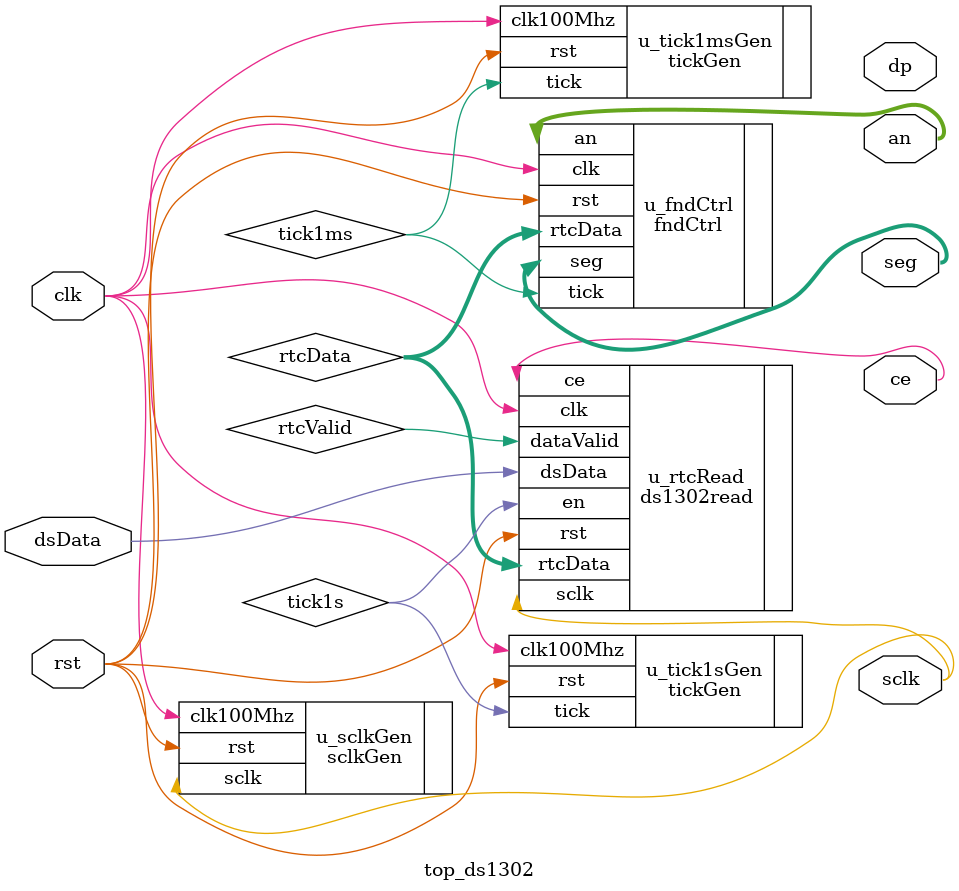
<source format=v>
module top_ds1302(
    input clk, rst,

    output sclk, ce,
    inout  dsData,

    output [3:0] an,
    output [6:0] seg,
    output       dp
    );

    wire tick1s, tick1ms;

    wire [7:0] rtcData;
    wire rtcValid;

    sclkGen u_sclkGen (.clk100Mhz(clk), .rst(rst), .sclk(sclk));

    // DS1302 읽기 시작 트리거 생성 (1s 펄스)
    tickGen #(
        .CLK_FREQ(100_000_000),
        .TICK_FREQ(1)
    ) u_tick1sGen (.clk100Mhz(clk), .rst(rst), .tick(tick1s));
    // FND 스캔 펄스 생성 (1ms)
    tickGen #(
        .CLK_FREQ(100_000_000),
        .TICK_FREQ(1000)
    ) u_tick1msGen (.clk100Mhz(clk), .rst(rst), .tick(tick1ms));

    ds1302read u_rtcRead (.clk(clk), .rst(rst), .en(tick1s), .sclk(sclk), .ce(ce), .dsData(dsData),
                          .rtcData(rtcData), .dataValid(rtcValid));

    fndCtrl u_fndCtrl (.clk(clk), .rst(rst), .tick(tick1ms), .rtcData(rtcData), .an(an), .seg(seg));

endmodule

</source>
